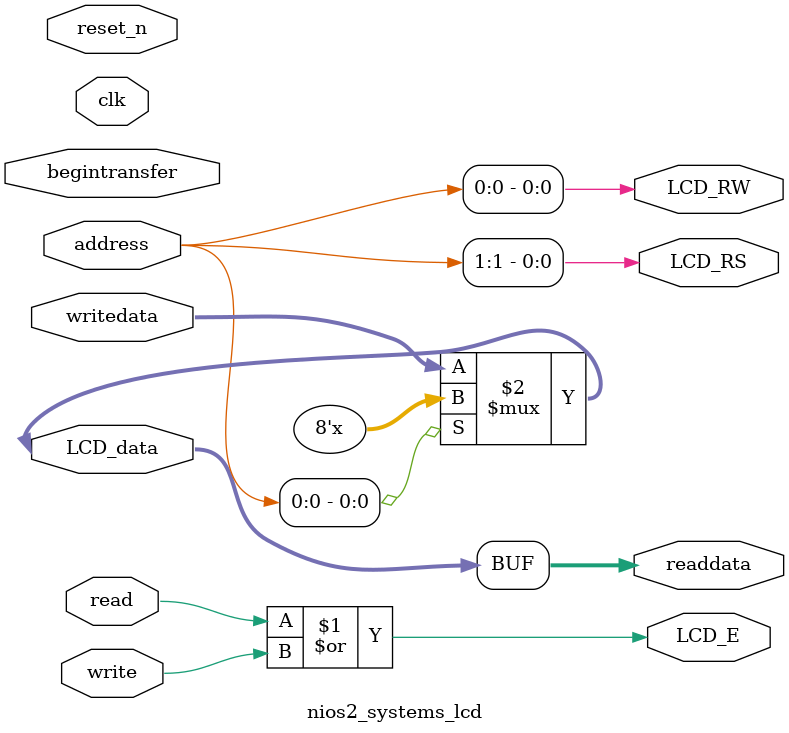
<source format=v>

`timescale 1ns / 1ps
// synthesis translate_on

// turn off superfluous verilog processor warnings 
// altera message_level Level1 
// altera message_off 10034 10035 10036 10037 10230 10240 10030 

module nios2_systems_lcd (
                           // inputs:
                            address,
                            begintransfer,
                            clk,
                            read,
                            reset_n,
                            write,
                            writedata,

                           // outputs:
                            LCD_E,
                            LCD_RS,
                            LCD_RW,
                            LCD_data,
                            readdata
                         )
;

  output           LCD_E;
  output           LCD_RS;
  output           LCD_RW;
  inout   [  7: 0] LCD_data;
  output  [  7: 0] readdata;
  input   [  1: 0] address;
  input            begintransfer;
  input            clk;
  input            read;
  input            reset_n;
  input            write;
  input   [  7: 0] writedata;


wire             LCD_E;
wire             LCD_RS;
wire             LCD_RW;
wire    [  7: 0] LCD_data;
wire    [  7: 0] readdata;
  assign LCD_RW = address[0];
  assign LCD_RS = address[1];
  assign LCD_E = read | write;
  assign LCD_data = (address[0]) ? {8{1'bz}} : writedata;
  assign readdata = LCD_data;
  //control_slave, which is an e_avalon_slave

endmodule


</source>
